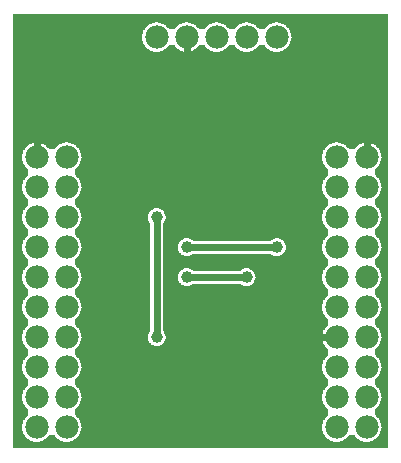
<source format=gbl>
G04 MADE WITH FRITZING*
G04 WWW.FRITZING.ORG*
G04 DOUBLE SIDED*
G04 HOLES PLATED*
G04 CONTOUR ON CENTER OF CONTOUR VECTOR*
%ASAXBY*%
%FSLAX23Y23*%
%MOIN*%
%OFA0B0*%
%SFA1.0B1.0*%
%ADD10C,0.075000*%
%ADD11C,0.078000*%
%ADD12C,0.039370*%
%ADD13C,0.024000*%
%LNCOPPER0*%
G90*
G70*
G54D10*
X1034Y1432D03*
G54D11*
X518Y1412D03*
X618Y1412D03*
X718Y1412D03*
X818Y1412D03*
X918Y1412D03*
X118Y1012D03*
X118Y912D03*
X118Y812D03*
X118Y712D03*
X118Y612D03*
X118Y512D03*
X118Y412D03*
X118Y312D03*
X118Y212D03*
X118Y112D03*
X118Y1012D03*
X118Y912D03*
X118Y812D03*
X118Y712D03*
X118Y612D03*
X118Y512D03*
X118Y412D03*
X118Y312D03*
X118Y212D03*
X118Y112D03*
X218Y112D03*
X218Y212D03*
X218Y312D03*
X218Y412D03*
X218Y512D03*
X218Y612D03*
X218Y712D03*
X218Y812D03*
X218Y912D03*
X218Y1012D03*
X1118Y1012D03*
X1118Y912D03*
X1118Y812D03*
X1118Y712D03*
X1118Y612D03*
X1118Y512D03*
X1118Y412D03*
X1118Y312D03*
X1118Y212D03*
X1118Y112D03*
X1118Y1012D03*
X1118Y912D03*
X1118Y812D03*
X1118Y712D03*
X1118Y612D03*
X1118Y512D03*
X1118Y412D03*
X1118Y312D03*
X1118Y212D03*
X1118Y112D03*
X1218Y112D03*
X1218Y212D03*
X1218Y312D03*
X1218Y412D03*
X1218Y512D03*
X1218Y612D03*
X1218Y712D03*
X1218Y812D03*
X1218Y912D03*
X1218Y1012D03*
G54D12*
X618Y612D03*
X818Y612D03*
X618Y712D03*
X919Y712D03*
X518Y412D03*
X518Y812D03*
G54D13*
X618Y1312D02*
X119Y1312D01*
D02*
X119Y1312D02*
X118Y1031D01*
D02*
X618Y1393D02*
X618Y1312D01*
D02*
X618Y1312D02*
X1218Y1312D01*
D02*
X1218Y1312D02*
X1218Y1031D01*
D02*
X618Y1393D02*
X618Y1312D01*
D02*
X618Y1312D02*
X1018Y1312D01*
D02*
X1018Y1312D02*
X1018Y413D01*
D02*
X618Y1393D02*
X618Y1312D01*
D02*
X1018Y413D02*
X1099Y412D01*
D02*
X518Y420D02*
X518Y804D01*
D02*
X810Y612D02*
X626Y612D01*
D02*
X911Y712D02*
X626Y712D01*
G36*
X40Y1489D02*
X40Y1461D01*
X924Y1461D01*
X924Y1459D01*
X932Y1459D01*
X932Y1457D01*
X938Y1457D01*
X938Y1455D01*
X942Y1455D01*
X942Y1453D01*
X946Y1453D01*
X946Y1451D01*
X948Y1451D01*
X948Y1449D01*
X950Y1449D01*
X950Y1447D01*
X952Y1447D01*
X952Y1445D01*
X954Y1445D01*
X954Y1443D01*
X956Y1443D01*
X956Y1441D01*
X958Y1441D01*
X958Y1439D01*
X960Y1439D01*
X960Y1435D01*
X962Y1435D01*
X962Y1431D01*
X964Y1431D01*
X964Y1425D01*
X966Y1425D01*
X966Y1413D01*
X968Y1413D01*
X968Y1409D01*
X966Y1409D01*
X966Y1399D01*
X964Y1399D01*
X964Y1391D01*
X962Y1391D01*
X962Y1389D01*
X960Y1389D01*
X960Y1385D01*
X958Y1385D01*
X958Y1383D01*
X956Y1383D01*
X956Y1379D01*
X954Y1379D01*
X954Y1377D01*
X952Y1377D01*
X952Y1375D01*
X950Y1375D01*
X950Y1373D01*
X946Y1373D01*
X946Y1371D01*
X944Y1371D01*
X944Y1369D01*
X940Y1369D01*
X940Y1367D01*
X936Y1367D01*
X936Y1365D01*
X930Y1365D01*
X930Y1363D01*
X1290Y1363D01*
X1290Y1489D01*
X40Y1489D01*
G37*
D02*
G36*
X40Y1461D02*
X40Y1363D01*
X506Y1363D01*
X506Y1365D01*
X500Y1365D01*
X500Y1367D01*
X496Y1367D01*
X496Y1369D01*
X492Y1369D01*
X492Y1371D01*
X490Y1371D01*
X490Y1373D01*
X486Y1373D01*
X486Y1375D01*
X484Y1375D01*
X484Y1377D01*
X482Y1377D01*
X482Y1379D01*
X480Y1379D01*
X480Y1383D01*
X478Y1383D01*
X478Y1385D01*
X476Y1385D01*
X476Y1389D01*
X474Y1389D01*
X474Y1393D01*
X472Y1393D01*
X472Y1399D01*
X470Y1399D01*
X470Y1423D01*
X472Y1423D01*
X472Y1431D01*
X474Y1431D01*
X474Y1435D01*
X476Y1435D01*
X476Y1437D01*
X478Y1437D01*
X478Y1441D01*
X480Y1441D01*
X480Y1443D01*
X482Y1443D01*
X482Y1445D01*
X484Y1445D01*
X484Y1447D01*
X486Y1447D01*
X486Y1449D01*
X488Y1449D01*
X488Y1451D01*
X490Y1451D01*
X490Y1453D01*
X494Y1453D01*
X494Y1455D01*
X498Y1455D01*
X498Y1457D01*
X504Y1457D01*
X504Y1459D01*
X512Y1459D01*
X512Y1461D01*
X40Y1461D01*
G37*
D02*
G36*
X524Y1461D02*
X524Y1459D01*
X532Y1459D01*
X532Y1457D01*
X538Y1457D01*
X538Y1455D01*
X542Y1455D01*
X542Y1453D01*
X546Y1453D01*
X546Y1451D01*
X548Y1451D01*
X548Y1449D01*
X550Y1449D01*
X550Y1447D01*
X552Y1447D01*
X552Y1445D01*
X554Y1445D01*
X554Y1443D01*
X556Y1443D01*
X556Y1441D01*
X558Y1441D01*
X558Y1439D01*
X578Y1439D01*
X578Y1441D01*
X580Y1441D01*
X580Y1443D01*
X582Y1443D01*
X582Y1445D01*
X584Y1445D01*
X584Y1447D01*
X586Y1447D01*
X586Y1449D01*
X588Y1449D01*
X588Y1451D01*
X590Y1451D01*
X590Y1453D01*
X594Y1453D01*
X594Y1455D01*
X598Y1455D01*
X598Y1457D01*
X604Y1457D01*
X604Y1459D01*
X612Y1459D01*
X612Y1461D01*
X524Y1461D01*
G37*
D02*
G36*
X624Y1461D02*
X624Y1459D01*
X632Y1459D01*
X632Y1457D01*
X638Y1457D01*
X638Y1455D01*
X642Y1455D01*
X642Y1453D01*
X646Y1453D01*
X646Y1451D01*
X648Y1451D01*
X648Y1449D01*
X650Y1449D01*
X650Y1447D01*
X652Y1447D01*
X652Y1445D01*
X654Y1445D01*
X654Y1443D01*
X656Y1443D01*
X656Y1441D01*
X658Y1441D01*
X658Y1439D01*
X678Y1439D01*
X678Y1441D01*
X680Y1441D01*
X680Y1443D01*
X682Y1443D01*
X682Y1445D01*
X684Y1445D01*
X684Y1447D01*
X686Y1447D01*
X686Y1449D01*
X688Y1449D01*
X688Y1451D01*
X690Y1451D01*
X690Y1453D01*
X694Y1453D01*
X694Y1455D01*
X698Y1455D01*
X698Y1457D01*
X704Y1457D01*
X704Y1459D01*
X712Y1459D01*
X712Y1461D01*
X624Y1461D01*
G37*
D02*
G36*
X724Y1461D02*
X724Y1459D01*
X732Y1459D01*
X732Y1457D01*
X738Y1457D01*
X738Y1455D01*
X742Y1455D01*
X742Y1453D01*
X746Y1453D01*
X746Y1451D01*
X748Y1451D01*
X748Y1449D01*
X750Y1449D01*
X750Y1447D01*
X752Y1447D01*
X752Y1445D01*
X754Y1445D01*
X754Y1443D01*
X756Y1443D01*
X756Y1441D01*
X758Y1441D01*
X758Y1439D01*
X778Y1439D01*
X778Y1441D01*
X780Y1441D01*
X780Y1443D01*
X782Y1443D01*
X782Y1445D01*
X784Y1445D01*
X784Y1447D01*
X786Y1447D01*
X786Y1449D01*
X788Y1449D01*
X788Y1451D01*
X790Y1451D01*
X790Y1453D01*
X794Y1453D01*
X794Y1455D01*
X798Y1455D01*
X798Y1457D01*
X804Y1457D01*
X804Y1459D01*
X812Y1459D01*
X812Y1461D01*
X724Y1461D01*
G37*
D02*
G36*
X824Y1461D02*
X824Y1459D01*
X832Y1459D01*
X832Y1457D01*
X838Y1457D01*
X838Y1455D01*
X842Y1455D01*
X842Y1453D01*
X846Y1453D01*
X846Y1451D01*
X848Y1451D01*
X848Y1449D01*
X850Y1449D01*
X850Y1447D01*
X852Y1447D01*
X852Y1445D01*
X854Y1445D01*
X854Y1443D01*
X856Y1443D01*
X856Y1441D01*
X858Y1441D01*
X858Y1439D01*
X878Y1439D01*
X878Y1441D01*
X880Y1441D01*
X880Y1443D01*
X882Y1443D01*
X882Y1445D01*
X884Y1445D01*
X884Y1447D01*
X886Y1447D01*
X886Y1449D01*
X888Y1449D01*
X888Y1451D01*
X890Y1451D01*
X890Y1453D01*
X894Y1453D01*
X894Y1455D01*
X898Y1455D01*
X898Y1457D01*
X904Y1457D01*
X904Y1459D01*
X912Y1459D01*
X912Y1461D01*
X824Y1461D01*
G37*
D02*
G36*
X558Y1385D02*
X558Y1383D01*
X556Y1383D01*
X556Y1379D01*
X554Y1379D01*
X554Y1377D01*
X552Y1377D01*
X552Y1375D01*
X550Y1375D01*
X550Y1373D01*
X546Y1373D01*
X546Y1371D01*
X544Y1371D01*
X544Y1369D01*
X540Y1369D01*
X540Y1367D01*
X536Y1367D01*
X536Y1365D01*
X530Y1365D01*
X530Y1363D01*
X606Y1363D01*
X606Y1365D01*
X600Y1365D01*
X600Y1367D01*
X596Y1367D01*
X596Y1369D01*
X592Y1369D01*
X592Y1371D01*
X590Y1371D01*
X590Y1373D01*
X586Y1373D01*
X586Y1375D01*
X584Y1375D01*
X584Y1377D01*
X582Y1377D01*
X582Y1379D01*
X580Y1379D01*
X580Y1383D01*
X578Y1383D01*
X578Y1385D01*
X558Y1385D01*
G37*
D02*
G36*
X658Y1385D02*
X658Y1383D01*
X656Y1383D01*
X656Y1379D01*
X654Y1379D01*
X654Y1377D01*
X652Y1377D01*
X652Y1375D01*
X650Y1375D01*
X650Y1373D01*
X646Y1373D01*
X646Y1371D01*
X644Y1371D01*
X644Y1369D01*
X640Y1369D01*
X640Y1367D01*
X636Y1367D01*
X636Y1365D01*
X630Y1365D01*
X630Y1363D01*
X706Y1363D01*
X706Y1365D01*
X700Y1365D01*
X700Y1367D01*
X696Y1367D01*
X696Y1369D01*
X692Y1369D01*
X692Y1371D01*
X690Y1371D01*
X690Y1373D01*
X686Y1373D01*
X686Y1375D01*
X684Y1375D01*
X684Y1377D01*
X682Y1377D01*
X682Y1379D01*
X680Y1379D01*
X680Y1383D01*
X678Y1383D01*
X678Y1385D01*
X658Y1385D01*
G37*
D02*
G36*
X758Y1385D02*
X758Y1383D01*
X756Y1383D01*
X756Y1379D01*
X754Y1379D01*
X754Y1377D01*
X752Y1377D01*
X752Y1375D01*
X750Y1375D01*
X750Y1373D01*
X746Y1373D01*
X746Y1371D01*
X744Y1371D01*
X744Y1369D01*
X740Y1369D01*
X740Y1367D01*
X736Y1367D01*
X736Y1365D01*
X730Y1365D01*
X730Y1363D01*
X806Y1363D01*
X806Y1365D01*
X800Y1365D01*
X800Y1367D01*
X796Y1367D01*
X796Y1369D01*
X792Y1369D01*
X792Y1371D01*
X790Y1371D01*
X790Y1373D01*
X786Y1373D01*
X786Y1375D01*
X784Y1375D01*
X784Y1377D01*
X782Y1377D01*
X782Y1379D01*
X780Y1379D01*
X780Y1383D01*
X778Y1383D01*
X778Y1385D01*
X758Y1385D01*
G37*
D02*
G36*
X858Y1385D02*
X858Y1383D01*
X856Y1383D01*
X856Y1379D01*
X854Y1379D01*
X854Y1377D01*
X852Y1377D01*
X852Y1375D01*
X850Y1375D01*
X850Y1373D01*
X846Y1373D01*
X846Y1371D01*
X844Y1371D01*
X844Y1369D01*
X840Y1369D01*
X840Y1367D01*
X836Y1367D01*
X836Y1365D01*
X830Y1365D01*
X830Y1363D01*
X906Y1363D01*
X906Y1365D01*
X900Y1365D01*
X900Y1367D01*
X896Y1367D01*
X896Y1369D01*
X892Y1369D01*
X892Y1371D01*
X890Y1371D01*
X890Y1373D01*
X886Y1373D01*
X886Y1375D01*
X884Y1375D01*
X884Y1377D01*
X882Y1377D01*
X882Y1379D01*
X880Y1379D01*
X880Y1383D01*
X878Y1383D01*
X878Y1385D01*
X858Y1385D01*
G37*
D02*
G36*
X40Y1363D02*
X40Y1361D01*
X1290Y1361D01*
X1290Y1363D01*
X40Y1363D01*
G37*
D02*
G36*
X40Y1363D02*
X40Y1361D01*
X1290Y1361D01*
X1290Y1363D01*
X40Y1363D01*
G37*
D02*
G36*
X40Y1363D02*
X40Y1361D01*
X1290Y1361D01*
X1290Y1363D01*
X40Y1363D01*
G37*
D02*
G36*
X40Y1363D02*
X40Y1361D01*
X1290Y1361D01*
X1290Y1363D01*
X40Y1363D01*
G37*
D02*
G36*
X40Y1363D02*
X40Y1361D01*
X1290Y1361D01*
X1290Y1363D01*
X40Y1363D01*
G37*
D02*
G36*
X40Y1363D02*
X40Y1361D01*
X1290Y1361D01*
X1290Y1363D01*
X40Y1363D01*
G37*
D02*
G36*
X40Y1361D02*
X40Y1061D01*
X1224Y1061D01*
X1224Y1059D01*
X1232Y1059D01*
X1232Y1057D01*
X1238Y1057D01*
X1238Y1055D01*
X1242Y1055D01*
X1242Y1053D01*
X1246Y1053D01*
X1246Y1051D01*
X1248Y1051D01*
X1248Y1049D01*
X1250Y1049D01*
X1250Y1047D01*
X1252Y1047D01*
X1252Y1045D01*
X1254Y1045D01*
X1254Y1043D01*
X1256Y1043D01*
X1256Y1041D01*
X1258Y1041D01*
X1258Y1039D01*
X1260Y1039D01*
X1260Y1035D01*
X1262Y1035D01*
X1262Y1031D01*
X1264Y1031D01*
X1264Y1025D01*
X1266Y1025D01*
X1266Y1013D01*
X1268Y1013D01*
X1268Y1009D01*
X1266Y1009D01*
X1266Y999D01*
X1264Y999D01*
X1264Y991D01*
X1262Y991D01*
X1262Y989D01*
X1260Y989D01*
X1260Y985D01*
X1258Y985D01*
X1258Y983D01*
X1256Y983D01*
X1256Y979D01*
X1254Y979D01*
X1254Y977D01*
X1252Y977D01*
X1252Y975D01*
X1250Y975D01*
X1250Y973D01*
X1246Y973D01*
X1246Y951D01*
X1248Y951D01*
X1248Y949D01*
X1250Y949D01*
X1250Y947D01*
X1252Y947D01*
X1252Y945D01*
X1254Y945D01*
X1254Y943D01*
X1256Y943D01*
X1256Y941D01*
X1258Y941D01*
X1258Y939D01*
X1260Y939D01*
X1260Y935D01*
X1262Y935D01*
X1262Y931D01*
X1264Y931D01*
X1264Y925D01*
X1266Y925D01*
X1266Y913D01*
X1268Y913D01*
X1268Y909D01*
X1266Y909D01*
X1266Y899D01*
X1264Y899D01*
X1264Y891D01*
X1262Y891D01*
X1262Y889D01*
X1260Y889D01*
X1260Y885D01*
X1258Y885D01*
X1258Y883D01*
X1256Y883D01*
X1256Y879D01*
X1254Y879D01*
X1254Y877D01*
X1252Y877D01*
X1252Y875D01*
X1250Y875D01*
X1250Y873D01*
X1246Y873D01*
X1246Y851D01*
X1248Y851D01*
X1248Y849D01*
X1250Y849D01*
X1250Y847D01*
X1252Y847D01*
X1252Y845D01*
X1254Y845D01*
X1254Y843D01*
X1256Y843D01*
X1256Y841D01*
X1258Y841D01*
X1258Y839D01*
X1260Y839D01*
X1260Y835D01*
X1262Y835D01*
X1262Y831D01*
X1264Y831D01*
X1264Y825D01*
X1266Y825D01*
X1266Y813D01*
X1268Y813D01*
X1268Y809D01*
X1266Y809D01*
X1266Y799D01*
X1264Y799D01*
X1264Y791D01*
X1262Y791D01*
X1262Y789D01*
X1260Y789D01*
X1260Y785D01*
X1258Y785D01*
X1258Y783D01*
X1256Y783D01*
X1256Y779D01*
X1254Y779D01*
X1254Y777D01*
X1252Y777D01*
X1252Y775D01*
X1250Y775D01*
X1250Y773D01*
X1246Y773D01*
X1246Y751D01*
X1248Y751D01*
X1248Y749D01*
X1250Y749D01*
X1250Y747D01*
X1252Y747D01*
X1252Y745D01*
X1254Y745D01*
X1254Y743D01*
X1256Y743D01*
X1256Y741D01*
X1258Y741D01*
X1258Y739D01*
X1260Y739D01*
X1260Y735D01*
X1262Y735D01*
X1262Y731D01*
X1264Y731D01*
X1264Y725D01*
X1266Y725D01*
X1266Y713D01*
X1268Y713D01*
X1268Y709D01*
X1266Y709D01*
X1266Y699D01*
X1264Y699D01*
X1264Y691D01*
X1262Y691D01*
X1262Y689D01*
X1260Y689D01*
X1260Y685D01*
X1258Y685D01*
X1258Y683D01*
X1256Y683D01*
X1256Y679D01*
X1254Y679D01*
X1254Y677D01*
X1252Y677D01*
X1252Y675D01*
X1250Y675D01*
X1250Y673D01*
X1246Y673D01*
X1246Y651D01*
X1248Y651D01*
X1248Y649D01*
X1250Y649D01*
X1250Y647D01*
X1252Y647D01*
X1252Y645D01*
X1254Y645D01*
X1254Y643D01*
X1256Y643D01*
X1256Y641D01*
X1258Y641D01*
X1258Y639D01*
X1260Y639D01*
X1260Y635D01*
X1262Y635D01*
X1262Y631D01*
X1264Y631D01*
X1264Y625D01*
X1266Y625D01*
X1266Y613D01*
X1268Y613D01*
X1268Y609D01*
X1266Y609D01*
X1266Y599D01*
X1264Y599D01*
X1264Y591D01*
X1262Y591D01*
X1262Y589D01*
X1260Y589D01*
X1260Y585D01*
X1258Y585D01*
X1258Y583D01*
X1256Y583D01*
X1256Y579D01*
X1254Y579D01*
X1254Y577D01*
X1252Y577D01*
X1252Y575D01*
X1250Y575D01*
X1250Y573D01*
X1246Y573D01*
X1246Y551D01*
X1248Y551D01*
X1248Y549D01*
X1250Y549D01*
X1250Y547D01*
X1252Y547D01*
X1252Y545D01*
X1254Y545D01*
X1254Y543D01*
X1256Y543D01*
X1256Y541D01*
X1258Y541D01*
X1258Y539D01*
X1260Y539D01*
X1260Y535D01*
X1262Y535D01*
X1262Y531D01*
X1264Y531D01*
X1264Y525D01*
X1266Y525D01*
X1266Y513D01*
X1268Y513D01*
X1268Y509D01*
X1266Y509D01*
X1266Y499D01*
X1264Y499D01*
X1264Y491D01*
X1262Y491D01*
X1262Y489D01*
X1260Y489D01*
X1260Y485D01*
X1258Y485D01*
X1258Y483D01*
X1256Y483D01*
X1256Y479D01*
X1254Y479D01*
X1254Y477D01*
X1252Y477D01*
X1252Y475D01*
X1250Y475D01*
X1250Y473D01*
X1246Y473D01*
X1246Y451D01*
X1248Y451D01*
X1248Y449D01*
X1250Y449D01*
X1250Y447D01*
X1252Y447D01*
X1252Y445D01*
X1254Y445D01*
X1254Y443D01*
X1256Y443D01*
X1256Y441D01*
X1258Y441D01*
X1258Y439D01*
X1260Y439D01*
X1260Y435D01*
X1262Y435D01*
X1262Y431D01*
X1264Y431D01*
X1264Y425D01*
X1266Y425D01*
X1266Y413D01*
X1268Y413D01*
X1268Y409D01*
X1266Y409D01*
X1266Y399D01*
X1264Y399D01*
X1264Y391D01*
X1262Y391D01*
X1262Y389D01*
X1260Y389D01*
X1260Y385D01*
X1258Y385D01*
X1258Y383D01*
X1256Y383D01*
X1256Y379D01*
X1254Y379D01*
X1254Y377D01*
X1252Y377D01*
X1252Y375D01*
X1250Y375D01*
X1250Y373D01*
X1246Y373D01*
X1246Y351D01*
X1248Y351D01*
X1248Y349D01*
X1250Y349D01*
X1250Y347D01*
X1252Y347D01*
X1252Y345D01*
X1254Y345D01*
X1254Y343D01*
X1256Y343D01*
X1256Y341D01*
X1258Y341D01*
X1258Y339D01*
X1260Y339D01*
X1260Y335D01*
X1262Y335D01*
X1262Y331D01*
X1264Y331D01*
X1264Y325D01*
X1266Y325D01*
X1266Y313D01*
X1268Y313D01*
X1268Y309D01*
X1266Y309D01*
X1266Y299D01*
X1264Y299D01*
X1264Y291D01*
X1262Y291D01*
X1262Y289D01*
X1260Y289D01*
X1260Y285D01*
X1258Y285D01*
X1258Y283D01*
X1256Y283D01*
X1256Y279D01*
X1254Y279D01*
X1254Y277D01*
X1252Y277D01*
X1252Y275D01*
X1250Y275D01*
X1250Y273D01*
X1246Y273D01*
X1246Y251D01*
X1248Y251D01*
X1248Y249D01*
X1250Y249D01*
X1250Y247D01*
X1252Y247D01*
X1252Y245D01*
X1254Y245D01*
X1254Y243D01*
X1256Y243D01*
X1256Y241D01*
X1258Y241D01*
X1258Y239D01*
X1260Y239D01*
X1260Y235D01*
X1262Y235D01*
X1262Y231D01*
X1264Y231D01*
X1264Y225D01*
X1266Y225D01*
X1266Y213D01*
X1268Y213D01*
X1268Y209D01*
X1266Y209D01*
X1266Y199D01*
X1264Y199D01*
X1264Y191D01*
X1262Y191D01*
X1262Y189D01*
X1260Y189D01*
X1260Y185D01*
X1258Y185D01*
X1258Y183D01*
X1256Y183D01*
X1256Y179D01*
X1254Y179D01*
X1254Y177D01*
X1252Y177D01*
X1252Y175D01*
X1250Y175D01*
X1250Y173D01*
X1246Y173D01*
X1246Y151D01*
X1248Y151D01*
X1248Y149D01*
X1250Y149D01*
X1250Y147D01*
X1252Y147D01*
X1252Y145D01*
X1254Y145D01*
X1254Y143D01*
X1256Y143D01*
X1256Y141D01*
X1258Y141D01*
X1258Y139D01*
X1260Y139D01*
X1260Y135D01*
X1262Y135D01*
X1262Y131D01*
X1264Y131D01*
X1264Y125D01*
X1266Y125D01*
X1266Y113D01*
X1268Y113D01*
X1268Y109D01*
X1266Y109D01*
X1266Y99D01*
X1264Y99D01*
X1264Y91D01*
X1262Y91D01*
X1262Y89D01*
X1260Y89D01*
X1260Y85D01*
X1258Y85D01*
X1258Y83D01*
X1256Y83D01*
X1256Y79D01*
X1254Y79D01*
X1254Y77D01*
X1252Y77D01*
X1252Y75D01*
X1250Y75D01*
X1250Y73D01*
X1246Y73D01*
X1246Y71D01*
X1244Y71D01*
X1244Y69D01*
X1240Y69D01*
X1240Y67D01*
X1236Y67D01*
X1236Y65D01*
X1230Y65D01*
X1230Y63D01*
X1290Y63D01*
X1290Y1361D01*
X40Y1361D01*
G37*
D02*
G36*
X40Y1061D02*
X40Y63D01*
X106Y63D01*
X106Y65D01*
X100Y65D01*
X100Y67D01*
X96Y67D01*
X96Y69D01*
X92Y69D01*
X92Y71D01*
X90Y71D01*
X90Y73D01*
X86Y73D01*
X86Y75D01*
X84Y75D01*
X84Y77D01*
X82Y77D01*
X82Y79D01*
X80Y79D01*
X80Y83D01*
X78Y83D01*
X78Y85D01*
X76Y85D01*
X76Y89D01*
X74Y89D01*
X74Y93D01*
X72Y93D01*
X72Y99D01*
X70Y99D01*
X70Y123D01*
X72Y123D01*
X72Y131D01*
X74Y131D01*
X74Y135D01*
X76Y135D01*
X76Y137D01*
X78Y137D01*
X78Y141D01*
X80Y141D01*
X80Y143D01*
X82Y143D01*
X82Y145D01*
X84Y145D01*
X84Y147D01*
X86Y147D01*
X86Y149D01*
X88Y149D01*
X88Y151D01*
X90Y151D01*
X90Y173D01*
X86Y173D01*
X86Y175D01*
X84Y175D01*
X84Y177D01*
X82Y177D01*
X82Y179D01*
X80Y179D01*
X80Y183D01*
X78Y183D01*
X78Y185D01*
X76Y185D01*
X76Y189D01*
X74Y189D01*
X74Y193D01*
X72Y193D01*
X72Y199D01*
X70Y199D01*
X70Y223D01*
X72Y223D01*
X72Y231D01*
X74Y231D01*
X74Y235D01*
X76Y235D01*
X76Y237D01*
X78Y237D01*
X78Y241D01*
X80Y241D01*
X80Y243D01*
X82Y243D01*
X82Y245D01*
X84Y245D01*
X84Y247D01*
X86Y247D01*
X86Y249D01*
X88Y249D01*
X88Y251D01*
X90Y251D01*
X90Y273D01*
X86Y273D01*
X86Y275D01*
X84Y275D01*
X84Y277D01*
X82Y277D01*
X82Y279D01*
X80Y279D01*
X80Y283D01*
X78Y283D01*
X78Y285D01*
X76Y285D01*
X76Y289D01*
X74Y289D01*
X74Y293D01*
X72Y293D01*
X72Y299D01*
X70Y299D01*
X70Y323D01*
X72Y323D01*
X72Y331D01*
X74Y331D01*
X74Y335D01*
X76Y335D01*
X76Y337D01*
X78Y337D01*
X78Y341D01*
X80Y341D01*
X80Y343D01*
X82Y343D01*
X82Y345D01*
X84Y345D01*
X84Y347D01*
X86Y347D01*
X86Y349D01*
X88Y349D01*
X88Y351D01*
X90Y351D01*
X90Y373D01*
X86Y373D01*
X86Y375D01*
X84Y375D01*
X84Y377D01*
X82Y377D01*
X82Y379D01*
X80Y379D01*
X80Y383D01*
X78Y383D01*
X78Y385D01*
X76Y385D01*
X76Y389D01*
X74Y389D01*
X74Y393D01*
X72Y393D01*
X72Y399D01*
X70Y399D01*
X70Y423D01*
X72Y423D01*
X72Y431D01*
X74Y431D01*
X74Y435D01*
X76Y435D01*
X76Y437D01*
X78Y437D01*
X78Y441D01*
X80Y441D01*
X80Y443D01*
X82Y443D01*
X82Y445D01*
X84Y445D01*
X84Y447D01*
X86Y447D01*
X86Y449D01*
X88Y449D01*
X88Y451D01*
X90Y451D01*
X90Y473D01*
X86Y473D01*
X86Y475D01*
X84Y475D01*
X84Y477D01*
X82Y477D01*
X82Y479D01*
X80Y479D01*
X80Y483D01*
X78Y483D01*
X78Y485D01*
X76Y485D01*
X76Y489D01*
X74Y489D01*
X74Y493D01*
X72Y493D01*
X72Y499D01*
X70Y499D01*
X70Y523D01*
X72Y523D01*
X72Y531D01*
X74Y531D01*
X74Y535D01*
X76Y535D01*
X76Y537D01*
X78Y537D01*
X78Y541D01*
X80Y541D01*
X80Y543D01*
X82Y543D01*
X82Y545D01*
X84Y545D01*
X84Y547D01*
X86Y547D01*
X86Y549D01*
X88Y549D01*
X88Y551D01*
X90Y551D01*
X90Y573D01*
X86Y573D01*
X86Y575D01*
X84Y575D01*
X84Y577D01*
X82Y577D01*
X82Y579D01*
X80Y579D01*
X80Y583D01*
X78Y583D01*
X78Y585D01*
X76Y585D01*
X76Y589D01*
X74Y589D01*
X74Y593D01*
X72Y593D01*
X72Y599D01*
X70Y599D01*
X70Y623D01*
X72Y623D01*
X72Y631D01*
X74Y631D01*
X74Y635D01*
X76Y635D01*
X76Y637D01*
X78Y637D01*
X78Y641D01*
X80Y641D01*
X80Y643D01*
X82Y643D01*
X82Y645D01*
X84Y645D01*
X84Y647D01*
X86Y647D01*
X86Y649D01*
X88Y649D01*
X88Y651D01*
X90Y651D01*
X90Y673D01*
X86Y673D01*
X86Y675D01*
X84Y675D01*
X84Y677D01*
X82Y677D01*
X82Y679D01*
X80Y679D01*
X80Y683D01*
X78Y683D01*
X78Y685D01*
X76Y685D01*
X76Y689D01*
X74Y689D01*
X74Y693D01*
X72Y693D01*
X72Y699D01*
X70Y699D01*
X70Y723D01*
X72Y723D01*
X72Y731D01*
X74Y731D01*
X74Y735D01*
X76Y735D01*
X76Y737D01*
X78Y737D01*
X78Y741D01*
X80Y741D01*
X80Y743D01*
X82Y743D01*
X82Y745D01*
X84Y745D01*
X84Y747D01*
X86Y747D01*
X86Y749D01*
X88Y749D01*
X88Y751D01*
X90Y751D01*
X90Y773D01*
X86Y773D01*
X86Y775D01*
X84Y775D01*
X84Y777D01*
X82Y777D01*
X82Y779D01*
X80Y779D01*
X80Y783D01*
X78Y783D01*
X78Y785D01*
X76Y785D01*
X76Y789D01*
X74Y789D01*
X74Y793D01*
X72Y793D01*
X72Y799D01*
X70Y799D01*
X70Y823D01*
X72Y823D01*
X72Y831D01*
X74Y831D01*
X74Y835D01*
X76Y835D01*
X76Y837D01*
X78Y837D01*
X78Y841D01*
X80Y841D01*
X80Y843D01*
X82Y843D01*
X82Y845D01*
X84Y845D01*
X84Y847D01*
X86Y847D01*
X86Y849D01*
X88Y849D01*
X88Y851D01*
X90Y851D01*
X90Y873D01*
X86Y873D01*
X86Y875D01*
X84Y875D01*
X84Y877D01*
X82Y877D01*
X82Y879D01*
X80Y879D01*
X80Y883D01*
X78Y883D01*
X78Y885D01*
X76Y885D01*
X76Y889D01*
X74Y889D01*
X74Y893D01*
X72Y893D01*
X72Y899D01*
X70Y899D01*
X70Y923D01*
X72Y923D01*
X72Y931D01*
X74Y931D01*
X74Y935D01*
X76Y935D01*
X76Y937D01*
X78Y937D01*
X78Y941D01*
X80Y941D01*
X80Y943D01*
X82Y943D01*
X82Y945D01*
X84Y945D01*
X84Y947D01*
X86Y947D01*
X86Y949D01*
X88Y949D01*
X88Y951D01*
X90Y951D01*
X90Y973D01*
X86Y973D01*
X86Y975D01*
X84Y975D01*
X84Y977D01*
X82Y977D01*
X82Y979D01*
X80Y979D01*
X80Y983D01*
X78Y983D01*
X78Y985D01*
X76Y985D01*
X76Y989D01*
X74Y989D01*
X74Y993D01*
X72Y993D01*
X72Y999D01*
X70Y999D01*
X70Y1023D01*
X72Y1023D01*
X72Y1031D01*
X74Y1031D01*
X74Y1035D01*
X76Y1035D01*
X76Y1037D01*
X78Y1037D01*
X78Y1041D01*
X80Y1041D01*
X80Y1043D01*
X82Y1043D01*
X82Y1045D01*
X84Y1045D01*
X84Y1047D01*
X86Y1047D01*
X86Y1049D01*
X88Y1049D01*
X88Y1051D01*
X90Y1051D01*
X90Y1053D01*
X94Y1053D01*
X94Y1055D01*
X98Y1055D01*
X98Y1057D01*
X104Y1057D01*
X104Y1059D01*
X112Y1059D01*
X112Y1061D01*
X40Y1061D01*
G37*
D02*
G36*
X124Y1061D02*
X124Y1059D01*
X132Y1059D01*
X132Y1057D01*
X138Y1057D01*
X138Y1055D01*
X142Y1055D01*
X142Y1053D01*
X146Y1053D01*
X146Y1051D01*
X148Y1051D01*
X148Y1049D01*
X150Y1049D01*
X150Y1047D01*
X152Y1047D01*
X152Y1045D01*
X154Y1045D01*
X154Y1043D01*
X156Y1043D01*
X156Y1041D01*
X158Y1041D01*
X158Y1039D01*
X178Y1039D01*
X178Y1041D01*
X180Y1041D01*
X180Y1043D01*
X182Y1043D01*
X182Y1045D01*
X184Y1045D01*
X184Y1047D01*
X186Y1047D01*
X186Y1049D01*
X188Y1049D01*
X188Y1051D01*
X190Y1051D01*
X190Y1053D01*
X194Y1053D01*
X194Y1055D01*
X198Y1055D01*
X198Y1057D01*
X204Y1057D01*
X204Y1059D01*
X212Y1059D01*
X212Y1061D01*
X124Y1061D01*
G37*
D02*
G36*
X224Y1061D02*
X224Y1059D01*
X232Y1059D01*
X232Y1057D01*
X238Y1057D01*
X238Y1055D01*
X242Y1055D01*
X242Y1053D01*
X246Y1053D01*
X246Y1051D01*
X248Y1051D01*
X248Y1049D01*
X250Y1049D01*
X250Y1047D01*
X252Y1047D01*
X252Y1045D01*
X254Y1045D01*
X254Y1043D01*
X256Y1043D01*
X256Y1041D01*
X258Y1041D01*
X258Y1039D01*
X260Y1039D01*
X260Y1035D01*
X262Y1035D01*
X262Y1031D01*
X264Y1031D01*
X264Y1025D01*
X266Y1025D01*
X266Y1013D01*
X268Y1013D01*
X268Y1009D01*
X266Y1009D01*
X266Y999D01*
X264Y999D01*
X264Y991D01*
X262Y991D01*
X262Y989D01*
X260Y989D01*
X260Y985D01*
X258Y985D01*
X258Y983D01*
X256Y983D01*
X256Y979D01*
X254Y979D01*
X254Y977D01*
X252Y977D01*
X252Y975D01*
X250Y975D01*
X250Y973D01*
X246Y973D01*
X246Y951D01*
X248Y951D01*
X248Y949D01*
X250Y949D01*
X250Y947D01*
X252Y947D01*
X252Y945D01*
X254Y945D01*
X254Y943D01*
X256Y943D01*
X256Y941D01*
X258Y941D01*
X258Y939D01*
X260Y939D01*
X260Y935D01*
X262Y935D01*
X262Y931D01*
X264Y931D01*
X264Y925D01*
X266Y925D01*
X266Y913D01*
X268Y913D01*
X268Y909D01*
X266Y909D01*
X266Y899D01*
X264Y899D01*
X264Y891D01*
X262Y891D01*
X262Y889D01*
X260Y889D01*
X260Y885D01*
X258Y885D01*
X258Y883D01*
X256Y883D01*
X256Y879D01*
X254Y879D01*
X254Y877D01*
X252Y877D01*
X252Y875D01*
X250Y875D01*
X250Y873D01*
X246Y873D01*
X246Y851D01*
X248Y851D01*
X248Y849D01*
X250Y849D01*
X250Y847D01*
X252Y847D01*
X252Y845D01*
X254Y845D01*
X254Y843D01*
X256Y843D01*
X256Y841D01*
X526Y841D01*
X526Y839D01*
X532Y839D01*
X532Y837D01*
X534Y837D01*
X534Y835D01*
X538Y835D01*
X538Y833D01*
X540Y833D01*
X540Y831D01*
X542Y831D01*
X542Y827D01*
X544Y827D01*
X544Y823D01*
X546Y823D01*
X546Y817D01*
X548Y817D01*
X548Y805D01*
X546Y805D01*
X546Y799D01*
X544Y799D01*
X544Y795D01*
X542Y795D01*
X542Y793D01*
X540Y793D01*
X540Y741D01*
X926Y741D01*
X926Y739D01*
X932Y739D01*
X932Y737D01*
X934Y737D01*
X934Y735D01*
X938Y735D01*
X938Y733D01*
X940Y733D01*
X940Y731D01*
X942Y731D01*
X942Y727D01*
X944Y727D01*
X944Y725D01*
X946Y725D01*
X946Y719D01*
X948Y719D01*
X948Y703D01*
X946Y703D01*
X946Y697D01*
X944Y697D01*
X944Y695D01*
X942Y695D01*
X942Y691D01*
X940Y691D01*
X940Y689D01*
X936Y689D01*
X936Y687D01*
X934Y687D01*
X934Y685D01*
X930Y685D01*
X930Y683D01*
X924Y683D01*
X924Y681D01*
X1080Y681D01*
X1080Y683D01*
X1078Y683D01*
X1078Y685D01*
X1076Y685D01*
X1076Y689D01*
X1074Y689D01*
X1074Y693D01*
X1072Y693D01*
X1072Y699D01*
X1070Y699D01*
X1070Y723D01*
X1072Y723D01*
X1072Y731D01*
X1074Y731D01*
X1074Y735D01*
X1076Y735D01*
X1076Y737D01*
X1078Y737D01*
X1078Y741D01*
X1080Y741D01*
X1080Y743D01*
X1082Y743D01*
X1082Y745D01*
X1084Y745D01*
X1084Y747D01*
X1086Y747D01*
X1086Y749D01*
X1088Y749D01*
X1088Y751D01*
X1090Y751D01*
X1090Y773D01*
X1086Y773D01*
X1086Y775D01*
X1084Y775D01*
X1084Y777D01*
X1082Y777D01*
X1082Y779D01*
X1080Y779D01*
X1080Y783D01*
X1078Y783D01*
X1078Y785D01*
X1076Y785D01*
X1076Y789D01*
X1074Y789D01*
X1074Y793D01*
X1072Y793D01*
X1072Y799D01*
X1070Y799D01*
X1070Y823D01*
X1072Y823D01*
X1072Y831D01*
X1074Y831D01*
X1074Y835D01*
X1076Y835D01*
X1076Y837D01*
X1078Y837D01*
X1078Y841D01*
X1080Y841D01*
X1080Y843D01*
X1082Y843D01*
X1082Y845D01*
X1084Y845D01*
X1084Y847D01*
X1086Y847D01*
X1086Y849D01*
X1088Y849D01*
X1088Y851D01*
X1090Y851D01*
X1090Y873D01*
X1086Y873D01*
X1086Y875D01*
X1084Y875D01*
X1084Y877D01*
X1082Y877D01*
X1082Y879D01*
X1080Y879D01*
X1080Y883D01*
X1078Y883D01*
X1078Y885D01*
X1076Y885D01*
X1076Y889D01*
X1074Y889D01*
X1074Y893D01*
X1072Y893D01*
X1072Y899D01*
X1070Y899D01*
X1070Y923D01*
X1072Y923D01*
X1072Y931D01*
X1074Y931D01*
X1074Y935D01*
X1076Y935D01*
X1076Y937D01*
X1078Y937D01*
X1078Y941D01*
X1080Y941D01*
X1080Y943D01*
X1082Y943D01*
X1082Y945D01*
X1084Y945D01*
X1084Y947D01*
X1086Y947D01*
X1086Y949D01*
X1088Y949D01*
X1088Y951D01*
X1090Y951D01*
X1090Y973D01*
X1086Y973D01*
X1086Y975D01*
X1084Y975D01*
X1084Y977D01*
X1082Y977D01*
X1082Y979D01*
X1080Y979D01*
X1080Y983D01*
X1078Y983D01*
X1078Y985D01*
X1076Y985D01*
X1076Y989D01*
X1074Y989D01*
X1074Y993D01*
X1072Y993D01*
X1072Y999D01*
X1070Y999D01*
X1070Y1023D01*
X1072Y1023D01*
X1072Y1031D01*
X1074Y1031D01*
X1074Y1035D01*
X1076Y1035D01*
X1076Y1037D01*
X1078Y1037D01*
X1078Y1041D01*
X1080Y1041D01*
X1080Y1043D01*
X1082Y1043D01*
X1082Y1045D01*
X1084Y1045D01*
X1084Y1047D01*
X1086Y1047D01*
X1086Y1049D01*
X1088Y1049D01*
X1088Y1051D01*
X1090Y1051D01*
X1090Y1053D01*
X1094Y1053D01*
X1094Y1055D01*
X1098Y1055D01*
X1098Y1057D01*
X1104Y1057D01*
X1104Y1059D01*
X1112Y1059D01*
X1112Y1061D01*
X224Y1061D01*
G37*
D02*
G36*
X1124Y1061D02*
X1124Y1059D01*
X1132Y1059D01*
X1132Y1057D01*
X1138Y1057D01*
X1138Y1055D01*
X1142Y1055D01*
X1142Y1053D01*
X1146Y1053D01*
X1146Y1051D01*
X1148Y1051D01*
X1148Y1049D01*
X1150Y1049D01*
X1150Y1047D01*
X1152Y1047D01*
X1152Y1045D01*
X1154Y1045D01*
X1154Y1043D01*
X1156Y1043D01*
X1156Y1041D01*
X1158Y1041D01*
X1158Y1039D01*
X1178Y1039D01*
X1178Y1041D01*
X1180Y1041D01*
X1180Y1043D01*
X1182Y1043D01*
X1182Y1045D01*
X1184Y1045D01*
X1184Y1047D01*
X1186Y1047D01*
X1186Y1049D01*
X1188Y1049D01*
X1188Y1051D01*
X1190Y1051D01*
X1190Y1053D01*
X1194Y1053D01*
X1194Y1055D01*
X1198Y1055D01*
X1198Y1057D01*
X1204Y1057D01*
X1204Y1059D01*
X1212Y1059D01*
X1212Y1061D01*
X1124Y1061D01*
G37*
D02*
G36*
X258Y841D02*
X258Y839D01*
X260Y839D01*
X260Y835D01*
X262Y835D01*
X262Y831D01*
X264Y831D01*
X264Y825D01*
X266Y825D01*
X266Y813D01*
X268Y813D01*
X268Y809D01*
X266Y809D01*
X266Y799D01*
X264Y799D01*
X264Y791D01*
X262Y791D01*
X262Y789D01*
X260Y789D01*
X260Y785D01*
X258Y785D01*
X258Y783D01*
X256Y783D01*
X256Y779D01*
X254Y779D01*
X254Y777D01*
X252Y777D01*
X252Y775D01*
X250Y775D01*
X250Y773D01*
X246Y773D01*
X246Y751D01*
X248Y751D01*
X248Y749D01*
X250Y749D01*
X250Y747D01*
X252Y747D01*
X252Y745D01*
X254Y745D01*
X254Y743D01*
X256Y743D01*
X256Y741D01*
X258Y741D01*
X258Y739D01*
X260Y739D01*
X260Y735D01*
X262Y735D01*
X262Y731D01*
X264Y731D01*
X264Y725D01*
X266Y725D01*
X266Y713D01*
X268Y713D01*
X268Y709D01*
X266Y709D01*
X266Y699D01*
X264Y699D01*
X264Y691D01*
X262Y691D01*
X262Y689D01*
X260Y689D01*
X260Y685D01*
X258Y685D01*
X258Y683D01*
X256Y683D01*
X256Y679D01*
X254Y679D01*
X254Y677D01*
X252Y677D01*
X252Y675D01*
X250Y675D01*
X250Y673D01*
X246Y673D01*
X246Y651D01*
X248Y651D01*
X248Y649D01*
X250Y649D01*
X250Y647D01*
X252Y647D01*
X252Y645D01*
X254Y645D01*
X254Y643D01*
X256Y643D01*
X256Y641D01*
X258Y641D01*
X258Y639D01*
X260Y639D01*
X260Y635D01*
X262Y635D01*
X262Y631D01*
X264Y631D01*
X264Y625D01*
X266Y625D01*
X266Y613D01*
X268Y613D01*
X268Y609D01*
X266Y609D01*
X266Y599D01*
X264Y599D01*
X264Y591D01*
X262Y591D01*
X262Y589D01*
X260Y589D01*
X260Y585D01*
X258Y585D01*
X258Y583D01*
X256Y583D01*
X256Y579D01*
X254Y579D01*
X254Y577D01*
X252Y577D01*
X252Y575D01*
X250Y575D01*
X250Y573D01*
X246Y573D01*
X246Y551D01*
X248Y551D01*
X248Y549D01*
X250Y549D01*
X250Y547D01*
X252Y547D01*
X252Y545D01*
X254Y545D01*
X254Y543D01*
X256Y543D01*
X256Y541D01*
X258Y541D01*
X258Y539D01*
X260Y539D01*
X260Y535D01*
X262Y535D01*
X262Y531D01*
X264Y531D01*
X264Y525D01*
X266Y525D01*
X266Y513D01*
X268Y513D01*
X268Y509D01*
X266Y509D01*
X266Y499D01*
X264Y499D01*
X264Y491D01*
X262Y491D01*
X262Y489D01*
X260Y489D01*
X260Y485D01*
X258Y485D01*
X258Y483D01*
X256Y483D01*
X256Y479D01*
X254Y479D01*
X254Y477D01*
X252Y477D01*
X252Y475D01*
X250Y475D01*
X250Y473D01*
X246Y473D01*
X246Y451D01*
X248Y451D01*
X248Y449D01*
X250Y449D01*
X250Y447D01*
X252Y447D01*
X252Y445D01*
X254Y445D01*
X254Y443D01*
X256Y443D01*
X256Y441D01*
X258Y441D01*
X258Y439D01*
X260Y439D01*
X260Y435D01*
X262Y435D01*
X262Y431D01*
X264Y431D01*
X264Y425D01*
X266Y425D01*
X266Y413D01*
X268Y413D01*
X268Y409D01*
X266Y409D01*
X266Y399D01*
X264Y399D01*
X264Y391D01*
X262Y391D01*
X262Y389D01*
X260Y389D01*
X260Y385D01*
X258Y385D01*
X258Y383D01*
X256Y383D01*
X256Y381D01*
X516Y381D01*
X516Y383D01*
X508Y383D01*
X508Y385D01*
X504Y385D01*
X504Y387D01*
X500Y387D01*
X500Y389D01*
X498Y389D01*
X498Y391D01*
X496Y391D01*
X496Y393D01*
X494Y393D01*
X494Y395D01*
X492Y395D01*
X492Y399D01*
X490Y399D01*
X490Y407D01*
X488Y407D01*
X488Y417D01*
X490Y417D01*
X490Y423D01*
X492Y423D01*
X492Y427D01*
X494Y427D01*
X494Y429D01*
X496Y429D01*
X496Y793D01*
X494Y793D01*
X494Y795D01*
X492Y795D01*
X492Y799D01*
X490Y799D01*
X490Y807D01*
X488Y807D01*
X488Y817D01*
X490Y817D01*
X490Y823D01*
X492Y823D01*
X492Y827D01*
X494Y827D01*
X494Y829D01*
X496Y829D01*
X496Y833D01*
X500Y833D01*
X500Y835D01*
X502Y835D01*
X502Y837D01*
X506Y837D01*
X506Y839D01*
X510Y839D01*
X510Y841D01*
X258Y841D01*
G37*
D02*
G36*
X540Y741D02*
X540Y681D01*
X616Y681D01*
X616Y683D01*
X608Y683D01*
X608Y685D01*
X604Y685D01*
X604Y687D01*
X600Y687D01*
X600Y689D01*
X598Y689D01*
X598Y691D01*
X596Y691D01*
X596Y693D01*
X594Y693D01*
X594Y695D01*
X592Y695D01*
X592Y699D01*
X590Y699D01*
X590Y707D01*
X588Y707D01*
X588Y717D01*
X590Y717D01*
X590Y723D01*
X592Y723D01*
X592Y727D01*
X594Y727D01*
X594Y729D01*
X596Y729D01*
X596Y733D01*
X600Y733D01*
X600Y735D01*
X602Y735D01*
X602Y737D01*
X606Y737D01*
X606Y739D01*
X610Y739D01*
X610Y741D01*
X540Y741D01*
G37*
D02*
G36*
X626Y741D02*
X626Y739D01*
X632Y739D01*
X632Y737D01*
X634Y737D01*
X634Y735D01*
X638Y735D01*
X638Y733D01*
X900Y733D01*
X900Y735D01*
X902Y735D01*
X902Y737D01*
X906Y737D01*
X906Y739D01*
X912Y739D01*
X912Y741D01*
X626Y741D01*
G37*
D02*
G36*
X636Y689D02*
X636Y687D01*
X634Y687D01*
X634Y685D01*
X630Y685D01*
X630Y683D01*
X620Y683D01*
X620Y681D01*
X914Y681D01*
X914Y683D01*
X906Y683D01*
X906Y685D01*
X904Y685D01*
X904Y687D01*
X900Y687D01*
X900Y689D01*
X636Y689D01*
G37*
D02*
G36*
X540Y681D02*
X540Y679D01*
X1080Y679D01*
X1080Y681D01*
X540Y681D01*
G37*
D02*
G36*
X540Y681D02*
X540Y679D01*
X1080Y679D01*
X1080Y681D01*
X540Y681D01*
G37*
D02*
G36*
X540Y681D02*
X540Y679D01*
X1080Y679D01*
X1080Y681D01*
X540Y681D01*
G37*
D02*
G36*
X540Y679D02*
X540Y641D01*
X826Y641D01*
X826Y639D01*
X830Y639D01*
X830Y637D01*
X834Y637D01*
X834Y635D01*
X836Y635D01*
X836Y633D01*
X838Y633D01*
X838Y631D01*
X840Y631D01*
X840Y629D01*
X842Y629D01*
X842Y627D01*
X844Y627D01*
X844Y623D01*
X846Y623D01*
X846Y613D01*
X848Y613D01*
X848Y609D01*
X846Y609D01*
X846Y601D01*
X844Y601D01*
X844Y597D01*
X842Y597D01*
X842Y593D01*
X840Y593D01*
X840Y591D01*
X838Y591D01*
X838Y589D01*
X836Y589D01*
X836Y587D01*
X832Y587D01*
X832Y585D01*
X828Y585D01*
X828Y583D01*
X820Y583D01*
X820Y581D01*
X1080Y581D01*
X1080Y583D01*
X1078Y583D01*
X1078Y585D01*
X1076Y585D01*
X1076Y589D01*
X1074Y589D01*
X1074Y593D01*
X1072Y593D01*
X1072Y599D01*
X1070Y599D01*
X1070Y623D01*
X1072Y623D01*
X1072Y631D01*
X1074Y631D01*
X1074Y635D01*
X1076Y635D01*
X1076Y637D01*
X1078Y637D01*
X1078Y641D01*
X1080Y641D01*
X1080Y643D01*
X1082Y643D01*
X1082Y645D01*
X1084Y645D01*
X1084Y647D01*
X1086Y647D01*
X1086Y649D01*
X1088Y649D01*
X1088Y651D01*
X1090Y651D01*
X1090Y673D01*
X1086Y673D01*
X1086Y675D01*
X1084Y675D01*
X1084Y677D01*
X1082Y677D01*
X1082Y679D01*
X540Y679D01*
G37*
D02*
G36*
X540Y641D02*
X540Y581D01*
X616Y581D01*
X616Y583D01*
X608Y583D01*
X608Y585D01*
X604Y585D01*
X604Y587D01*
X600Y587D01*
X600Y589D01*
X598Y589D01*
X598Y591D01*
X596Y591D01*
X596Y593D01*
X594Y593D01*
X594Y595D01*
X592Y595D01*
X592Y599D01*
X590Y599D01*
X590Y607D01*
X588Y607D01*
X588Y617D01*
X590Y617D01*
X590Y623D01*
X592Y623D01*
X592Y627D01*
X594Y627D01*
X594Y629D01*
X596Y629D01*
X596Y633D01*
X600Y633D01*
X600Y635D01*
X602Y635D01*
X602Y637D01*
X606Y637D01*
X606Y639D01*
X610Y639D01*
X610Y641D01*
X540Y641D01*
G37*
D02*
G36*
X626Y641D02*
X626Y639D01*
X632Y639D01*
X632Y637D01*
X634Y637D01*
X634Y635D01*
X638Y635D01*
X638Y633D01*
X798Y633D01*
X798Y635D01*
X802Y635D01*
X802Y637D01*
X804Y637D01*
X804Y639D01*
X810Y639D01*
X810Y641D01*
X626Y641D01*
G37*
D02*
G36*
X636Y589D02*
X636Y587D01*
X634Y587D01*
X634Y585D01*
X630Y585D01*
X630Y583D01*
X620Y583D01*
X620Y581D01*
X816Y581D01*
X816Y583D01*
X806Y583D01*
X806Y585D01*
X802Y585D01*
X802Y587D01*
X800Y587D01*
X800Y589D01*
X636Y589D01*
G37*
D02*
G36*
X540Y581D02*
X540Y579D01*
X1080Y579D01*
X1080Y581D01*
X540Y581D01*
G37*
D02*
G36*
X540Y581D02*
X540Y579D01*
X1080Y579D01*
X1080Y581D01*
X540Y581D01*
G37*
D02*
G36*
X540Y581D02*
X540Y579D01*
X1080Y579D01*
X1080Y581D01*
X540Y581D01*
G37*
D02*
G36*
X540Y579D02*
X540Y431D01*
X542Y431D01*
X542Y427D01*
X544Y427D01*
X544Y423D01*
X546Y423D01*
X546Y417D01*
X548Y417D01*
X548Y405D01*
X546Y405D01*
X546Y399D01*
X544Y399D01*
X544Y395D01*
X542Y395D01*
X542Y393D01*
X540Y393D01*
X540Y391D01*
X538Y391D01*
X538Y389D01*
X536Y389D01*
X536Y387D01*
X534Y387D01*
X534Y385D01*
X530Y385D01*
X530Y383D01*
X520Y383D01*
X520Y381D01*
X1080Y381D01*
X1080Y383D01*
X1078Y383D01*
X1078Y385D01*
X1076Y385D01*
X1076Y389D01*
X1074Y389D01*
X1074Y393D01*
X1072Y393D01*
X1072Y399D01*
X1070Y399D01*
X1070Y423D01*
X1072Y423D01*
X1072Y431D01*
X1074Y431D01*
X1074Y435D01*
X1076Y435D01*
X1076Y437D01*
X1078Y437D01*
X1078Y441D01*
X1080Y441D01*
X1080Y443D01*
X1082Y443D01*
X1082Y445D01*
X1084Y445D01*
X1084Y447D01*
X1086Y447D01*
X1086Y449D01*
X1088Y449D01*
X1088Y451D01*
X1090Y451D01*
X1090Y473D01*
X1086Y473D01*
X1086Y475D01*
X1084Y475D01*
X1084Y477D01*
X1082Y477D01*
X1082Y479D01*
X1080Y479D01*
X1080Y483D01*
X1078Y483D01*
X1078Y485D01*
X1076Y485D01*
X1076Y489D01*
X1074Y489D01*
X1074Y493D01*
X1072Y493D01*
X1072Y499D01*
X1070Y499D01*
X1070Y523D01*
X1072Y523D01*
X1072Y531D01*
X1074Y531D01*
X1074Y535D01*
X1076Y535D01*
X1076Y537D01*
X1078Y537D01*
X1078Y541D01*
X1080Y541D01*
X1080Y543D01*
X1082Y543D01*
X1082Y545D01*
X1084Y545D01*
X1084Y547D01*
X1086Y547D01*
X1086Y549D01*
X1088Y549D01*
X1088Y551D01*
X1090Y551D01*
X1090Y573D01*
X1086Y573D01*
X1086Y575D01*
X1084Y575D01*
X1084Y577D01*
X1082Y577D01*
X1082Y579D01*
X540Y579D01*
G37*
D02*
G36*
X256Y381D02*
X256Y379D01*
X1080Y379D01*
X1080Y381D01*
X256Y381D01*
G37*
D02*
G36*
X256Y381D02*
X256Y379D01*
X1080Y379D01*
X1080Y381D01*
X256Y381D01*
G37*
D02*
G36*
X254Y379D02*
X254Y377D01*
X252Y377D01*
X252Y375D01*
X250Y375D01*
X250Y373D01*
X246Y373D01*
X246Y351D01*
X248Y351D01*
X248Y349D01*
X250Y349D01*
X250Y347D01*
X252Y347D01*
X252Y345D01*
X254Y345D01*
X254Y343D01*
X256Y343D01*
X256Y341D01*
X258Y341D01*
X258Y339D01*
X260Y339D01*
X260Y335D01*
X262Y335D01*
X262Y331D01*
X264Y331D01*
X264Y325D01*
X266Y325D01*
X266Y313D01*
X268Y313D01*
X268Y309D01*
X266Y309D01*
X266Y299D01*
X264Y299D01*
X264Y291D01*
X262Y291D01*
X262Y289D01*
X260Y289D01*
X260Y285D01*
X258Y285D01*
X258Y283D01*
X256Y283D01*
X256Y279D01*
X254Y279D01*
X254Y277D01*
X252Y277D01*
X252Y275D01*
X250Y275D01*
X250Y273D01*
X246Y273D01*
X246Y251D01*
X248Y251D01*
X248Y249D01*
X250Y249D01*
X250Y247D01*
X252Y247D01*
X252Y245D01*
X254Y245D01*
X254Y243D01*
X256Y243D01*
X256Y241D01*
X258Y241D01*
X258Y239D01*
X260Y239D01*
X260Y235D01*
X262Y235D01*
X262Y231D01*
X264Y231D01*
X264Y225D01*
X266Y225D01*
X266Y213D01*
X268Y213D01*
X268Y209D01*
X266Y209D01*
X266Y199D01*
X264Y199D01*
X264Y191D01*
X262Y191D01*
X262Y189D01*
X260Y189D01*
X260Y185D01*
X258Y185D01*
X258Y183D01*
X256Y183D01*
X256Y179D01*
X254Y179D01*
X254Y177D01*
X252Y177D01*
X252Y175D01*
X250Y175D01*
X250Y173D01*
X246Y173D01*
X246Y151D01*
X248Y151D01*
X248Y149D01*
X250Y149D01*
X250Y147D01*
X252Y147D01*
X252Y145D01*
X254Y145D01*
X254Y143D01*
X256Y143D01*
X256Y141D01*
X258Y141D01*
X258Y139D01*
X260Y139D01*
X260Y135D01*
X262Y135D01*
X262Y131D01*
X264Y131D01*
X264Y125D01*
X266Y125D01*
X266Y113D01*
X268Y113D01*
X268Y109D01*
X266Y109D01*
X266Y99D01*
X264Y99D01*
X264Y91D01*
X262Y91D01*
X262Y89D01*
X260Y89D01*
X260Y85D01*
X258Y85D01*
X258Y83D01*
X256Y83D01*
X256Y79D01*
X254Y79D01*
X254Y77D01*
X252Y77D01*
X252Y75D01*
X250Y75D01*
X250Y73D01*
X246Y73D01*
X246Y71D01*
X244Y71D01*
X244Y69D01*
X240Y69D01*
X240Y67D01*
X236Y67D01*
X236Y65D01*
X230Y65D01*
X230Y63D01*
X1106Y63D01*
X1106Y65D01*
X1100Y65D01*
X1100Y67D01*
X1096Y67D01*
X1096Y69D01*
X1092Y69D01*
X1092Y71D01*
X1090Y71D01*
X1090Y73D01*
X1086Y73D01*
X1086Y75D01*
X1084Y75D01*
X1084Y77D01*
X1082Y77D01*
X1082Y79D01*
X1080Y79D01*
X1080Y83D01*
X1078Y83D01*
X1078Y85D01*
X1076Y85D01*
X1076Y89D01*
X1074Y89D01*
X1074Y93D01*
X1072Y93D01*
X1072Y99D01*
X1070Y99D01*
X1070Y123D01*
X1072Y123D01*
X1072Y131D01*
X1074Y131D01*
X1074Y135D01*
X1076Y135D01*
X1076Y137D01*
X1078Y137D01*
X1078Y141D01*
X1080Y141D01*
X1080Y143D01*
X1082Y143D01*
X1082Y145D01*
X1084Y145D01*
X1084Y147D01*
X1086Y147D01*
X1086Y149D01*
X1088Y149D01*
X1088Y151D01*
X1090Y151D01*
X1090Y173D01*
X1086Y173D01*
X1086Y175D01*
X1084Y175D01*
X1084Y177D01*
X1082Y177D01*
X1082Y179D01*
X1080Y179D01*
X1080Y183D01*
X1078Y183D01*
X1078Y185D01*
X1076Y185D01*
X1076Y189D01*
X1074Y189D01*
X1074Y193D01*
X1072Y193D01*
X1072Y199D01*
X1070Y199D01*
X1070Y223D01*
X1072Y223D01*
X1072Y231D01*
X1074Y231D01*
X1074Y235D01*
X1076Y235D01*
X1076Y237D01*
X1078Y237D01*
X1078Y241D01*
X1080Y241D01*
X1080Y243D01*
X1082Y243D01*
X1082Y245D01*
X1084Y245D01*
X1084Y247D01*
X1086Y247D01*
X1086Y249D01*
X1088Y249D01*
X1088Y251D01*
X1090Y251D01*
X1090Y273D01*
X1086Y273D01*
X1086Y275D01*
X1084Y275D01*
X1084Y277D01*
X1082Y277D01*
X1082Y279D01*
X1080Y279D01*
X1080Y283D01*
X1078Y283D01*
X1078Y285D01*
X1076Y285D01*
X1076Y289D01*
X1074Y289D01*
X1074Y293D01*
X1072Y293D01*
X1072Y299D01*
X1070Y299D01*
X1070Y323D01*
X1072Y323D01*
X1072Y331D01*
X1074Y331D01*
X1074Y335D01*
X1076Y335D01*
X1076Y337D01*
X1078Y337D01*
X1078Y341D01*
X1080Y341D01*
X1080Y343D01*
X1082Y343D01*
X1082Y345D01*
X1084Y345D01*
X1084Y347D01*
X1086Y347D01*
X1086Y349D01*
X1088Y349D01*
X1088Y351D01*
X1090Y351D01*
X1090Y373D01*
X1086Y373D01*
X1086Y375D01*
X1084Y375D01*
X1084Y377D01*
X1082Y377D01*
X1082Y379D01*
X254Y379D01*
G37*
D02*
G36*
X158Y85D02*
X158Y83D01*
X156Y83D01*
X156Y79D01*
X154Y79D01*
X154Y77D01*
X152Y77D01*
X152Y75D01*
X150Y75D01*
X150Y73D01*
X146Y73D01*
X146Y71D01*
X144Y71D01*
X144Y69D01*
X140Y69D01*
X140Y67D01*
X136Y67D01*
X136Y65D01*
X130Y65D01*
X130Y63D01*
X206Y63D01*
X206Y65D01*
X200Y65D01*
X200Y67D01*
X196Y67D01*
X196Y69D01*
X192Y69D01*
X192Y71D01*
X190Y71D01*
X190Y73D01*
X186Y73D01*
X186Y75D01*
X184Y75D01*
X184Y77D01*
X182Y77D01*
X182Y79D01*
X180Y79D01*
X180Y83D01*
X178Y83D01*
X178Y85D01*
X158Y85D01*
G37*
D02*
G36*
X1158Y85D02*
X1158Y83D01*
X1156Y83D01*
X1156Y79D01*
X1154Y79D01*
X1154Y77D01*
X1152Y77D01*
X1152Y75D01*
X1150Y75D01*
X1150Y73D01*
X1146Y73D01*
X1146Y71D01*
X1144Y71D01*
X1144Y69D01*
X1140Y69D01*
X1140Y67D01*
X1136Y67D01*
X1136Y65D01*
X1130Y65D01*
X1130Y63D01*
X1206Y63D01*
X1206Y65D01*
X1200Y65D01*
X1200Y67D01*
X1196Y67D01*
X1196Y69D01*
X1192Y69D01*
X1192Y71D01*
X1190Y71D01*
X1190Y73D01*
X1186Y73D01*
X1186Y75D01*
X1184Y75D01*
X1184Y77D01*
X1182Y77D01*
X1182Y79D01*
X1180Y79D01*
X1180Y83D01*
X1178Y83D01*
X1178Y85D01*
X1158Y85D01*
G37*
D02*
G36*
X40Y63D02*
X40Y61D01*
X1290Y61D01*
X1290Y63D01*
X40Y63D01*
G37*
D02*
G36*
X40Y63D02*
X40Y61D01*
X1290Y61D01*
X1290Y63D01*
X40Y63D01*
G37*
D02*
G36*
X40Y63D02*
X40Y61D01*
X1290Y61D01*
X1290Y63D01*
X40Y63D01*
G37*
D02*
G36*
X40Y63D02*
X40Y61D01*
X1290Y61D01*
X1290Y63D01*
X40Y63D01*
G37*
D02*
G36*
X40Y63D02*
X40Y61D01*
X1290Y61D01*
X1290Y63D01*
X40Y63D01*
G37*
D02*
G36*
X40Y61D02*
X40Y41D01*
X1290Y41D01*
X1290Y61D01*
X40Y61D01*
G37*
D02*
G04 End of Copper0*
M02*
</source>
